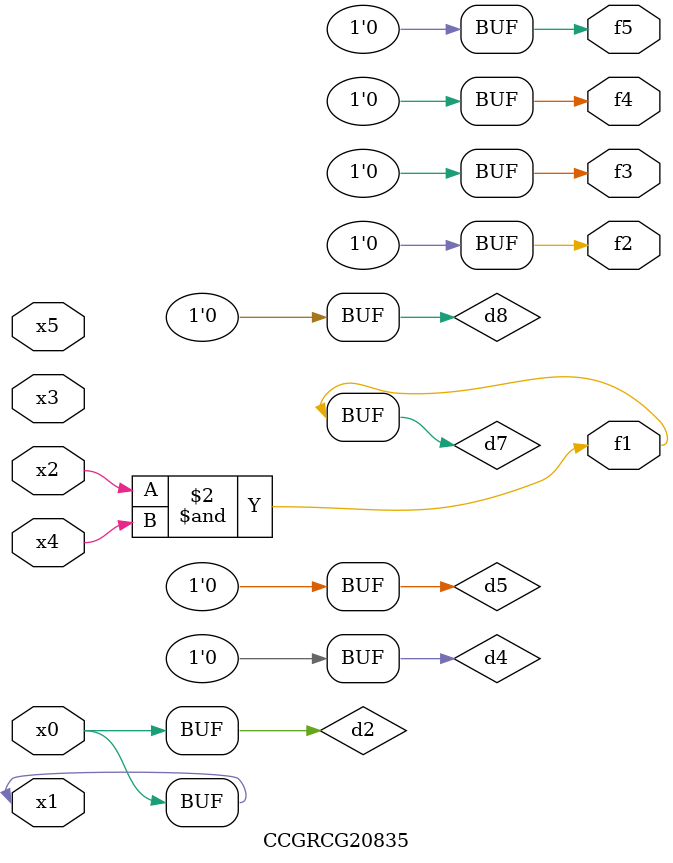
<source format=v>
module CCGRCG20835(
	input x0, x1, x2, x3, x4, x5,
	output f1, f2, f3, f4, f5
);

	wire d1, d2, d3, d4, d5, d6, d7, d8, d9;

	nand (d1, x1);
	buf (d2, x0, x1);
	nand (d3, x2, x4);
	and (d4, d1, d2);
	and (d5, d1, d2);
	nand (d6, d1, d3);
	not (d7, d3);
	xor (d8, d5);
	nor (d9, d5, d6);
	assign f1 = d7;
	assign f2 = d8;
	assign f3 = d8;
	assign f4 = d8;
	assign f5 = d8;
endmodule

</source>
